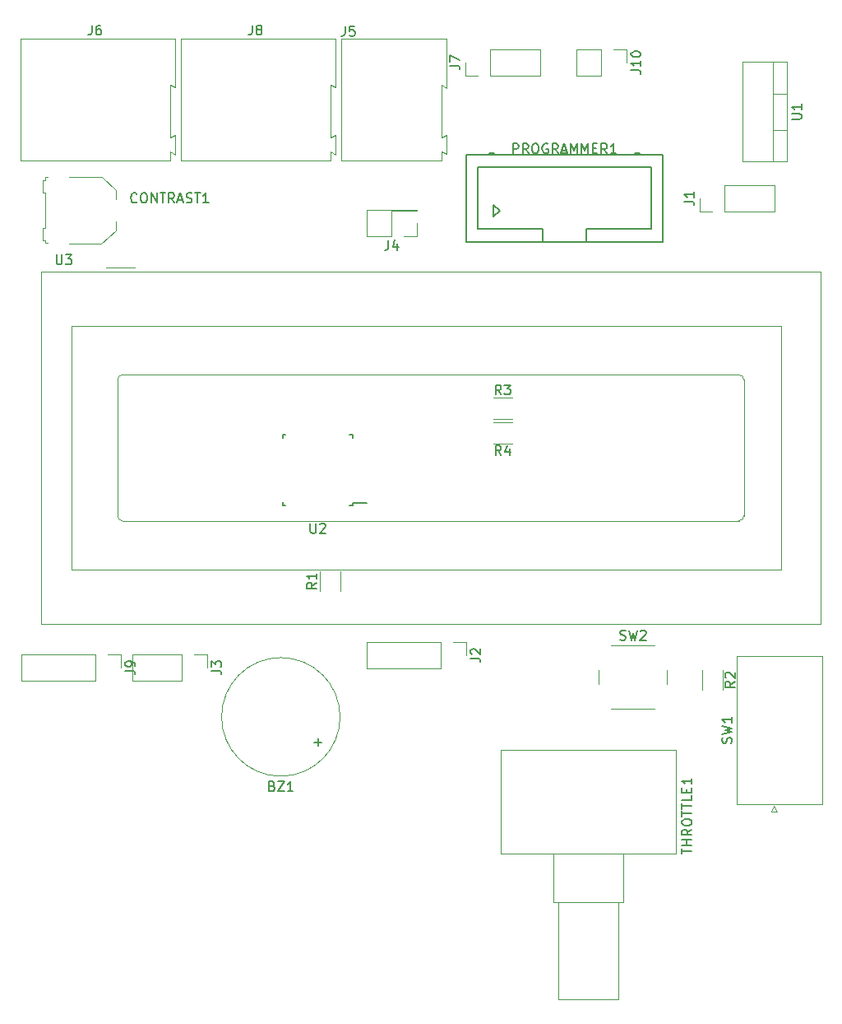
<source format=gbr>
G04 #@! TF.FileFunction,Legend,Top*
%FSLAX46Y46*%
G04 Gerber Fmt 4.6, Leading zero omitted, Abs format (unit mm)*
G04 Created by KiCad (PCBNEW 4.0.7) date Tuesday, 27 March 2018 13:53:10*
%MOMM*%
%LPD*%
G01*
G04 APERTURE LIST*
%ADD10C,0.100000*%
%ADD11C,0.120000*%
%ADD12C,0.150000*%
G04 APERTURE END LIST*
D10*
D11*
X138190000Y-113030000D02*
G75*
G03X138190000Y-113030000I-6100000J0D01*
G01*
X108070000Y-64270000D02*
X107820000Y-64270000D01*
X107820000Y-64270000D02*
X107820000Y-64020000D01*
X107820000Y-64020000D02*
X107570000Y-64020000D01*
X107570000Y-64020000D02*
X107570000Y-62770000D01*
X107570000Y-62770000D02*
X107820000Y-62770000D01*
X107820000Y-62770000D02*
X107820000Y-59120000D01*
X107820000Y-59120000D02*
X107570000Y-59120000D01*
X107570000Y-59120000D02*
X107570000Y-57820000D01*
X107570000Y-57820000D02*
X107820000Y-57820000D01*
X107820000Y-57820000D02*
X107820000Y-57520000D01*
X107820000Y-57520000D02*
X108070000Y-57520000D01*
X115120000Y-62070000D02*
X115120000Y-62970000D01*
X115120000Y-62970000D02*
X113620000Y-64320000D01*
X113620000Y-64320000D02*
X110320000Y-64320000D01*
X110320000Y-57520000D02*
X113670000Y-57520000D01*
X113670000Y-57520000D02*
X115120000Y-58870000D01*
X115120000Y-58870000D02*
X115120000Y-59770000D01*
X182940000Y-61020000D02*
X182940000Y-58360000D01*
X177800000Y-61020000D02*
X182940000Y-61020000D01*
X177800000Y-58360000D02*
X182940000Y-58360000D01*
X177800000Y-61020000D02*
X177800000Y-58360000D01*
X176530000Y-61020000D02*
X175200000Y-61020000D01*
X175200000Y-61020000D02*
X175200000Y-59690000D01*
X140910000Y-105350000D02*
X140910000Y-108010000D01*
X148590000Y-105350000D02*
X140910000Y-105350000D01*
X148590000Y-108010000D02*
X140910000Y-108010000D01*
X148590000Y-105350000D02*
X148590000Y-108010000D01*
X149860000Y-105350000D02*
X151190000Y-105350000D01*
X151190000Y-105350000D02*
X151190000Y-106680000D01*
X116780000Y-106620000D02*
X116780000Y-109280000D01*
X121920000Y-106620000D02*
X116780000Y-106620000D01*
X121920000Y-109280000D02*
X116780000Y-109280000D01*
X121920000Y-106620000D02*
X121920000Y-109280000D01*
X123190000Y-106620000D02*
X124520000Y-106620000D01*
X124520000Y-106620000D02*
X124520000Y-107950000D01*
X138320000Y-43230000D02*
X138320000Y-55830000D01*
X138320000Y-55830000D02*
X148670000Y-55830000D01*
X148670000Y-55830000D02*
X148670000Y-54880000D01*
X148670000Y-54880000D02*
X149170000Y-55130000D01*
X149170000Y-55130000D02*
X149170000Y-53230000D01*
X149170000Y-53230000D02*
X149170000Y-53180000D01*
X149170000Y-53180000D02*
X148670000Y-53430000D01*
X148670000Y-53430000D02*
X148670000Y-48030000D01*
X148670000Y-48030000D02*
X149170000Y-48330000D01*
X149170000Y-48330000D02*
X149170000Y-43230000D01*
X149170000Y-43230000D02*
X138320000Y-43230000D01*
X105300000Y-43230000D02*
X105300000Y-55830000D01*
X105300000Y-55830000D02*
X120700000Y-55830000D01*
X120700000Y-55830000D02*
X120700000Y-54880000D01*
X120700000Y-54880000D02*
X121200000Y-55180000D01*
X121200000Y-55180000D02*
X121200000Y-53180000D01*
X121200000Y-53180000D02*
X120700000Y-53430000D01*
X120700000Y-53430000D02*
X120700000Y-48030000D01*
X120700000Y-48030000D02*
X121200000Y-48280000D01*
X121200000Y-48280000D02*
X121200000Y-43230000D01*
X121200000Y-43230000D02*
X105300000Y-43230000D01*
X158810000Y-47050000D02*
X158810000Y-44390000D01*
X153670000Y-47050000D02*
X158810000Y-47050000D01*
X153670000Y-44390000D02*
X158810000Y-44390000D01*
X153670000Y-47050000D02*
X153670000Y-44390000D01*
X152400000Y-47050000D02*
X151070000Y-47050000D01*
X151070000Y-47050000D02*
X151070000Y-45720000D01*
X121810000Y-43230000D02*
X121810000Y-55830000D01*
X121810000Y-55830000D02*
X137210000Y-55830000D01*
X137210000Y-55830000D02*
X137210000Y-54880000D01*
X137210000Y-54880000D02*
X137710000Y-55180000D01*
X137710000Y-55180000D02*
X137710000Y-53180000D01*
X137710000Y-53180000D02*
X137210000Y-53430000D01*
X137210000Y-53430000D02*
X137210000Y-48030000D01*
X137210000Y-48030000D02*
X137710000Y-48280000D01*
X137710000Y-48280000D02*
X137710000Y-43230000D01*
X137710000Y-43230000D02*
X121810000Y-43230000D01*
X105350000Y-106620000D02*
X105350000Y-109280000D01*
X113030000Y-106620000D02*
X105350000Y-106620000D01*
X113030000Y-109280000D02*
X105350000Y-109280000D01*
X113030000Y-106620000D02*
X113030000Y-109280000D01*
X114300000Y-106620000D02*
X115630000Y-106620000D01*
X115630000Y-106620000D02*
X115630000Y-107950000D01*
X165100000Y-44390000D02*
X162500000Y-44390000D01*
X162500000Y-44390000D02*
X162500000Y-47050000D01*
X162500000Y-47050000D02*
X165100000Y-47050000D01*
X165100000Y-47050000D02*
X165100000Y-44390000D01*
X166370000Y-44390000D02*
X167700000Y-44390000D01*
X167700000Y-44390000D02*
X167700000Y-45720000D01*
D12*
X151140000Y-64160000D02*
X151140000Y-55220000D01*
X151140000Y-55220000D02*
X171440000Y-55220000D01*
X171440000Y-55220000D02*
X171440000Y-64160000D01*
X171440000Y-64160000D02*
X151140000Y-64160000D01*
X159065000Y-64160000D02*
X159065000Y-62860000D01*
X159065000Y-62860000D02*
X152340000Y-62860000D01*
X152340000Y-62860000D02*
X152340000Y-56520000D01*
X152340000Y-56520000D02*
X170240000Y-56520000D01*
X170240000Y-56520000D02*
X170240000Y-62860000D01*
X170240000Y-62860000D02*
X163515000Y-62860000D01*
X163515000Y-62860000D02*
X163515000Y-64160000D01*
X161040000Y-55220000D02*
X161040000Y-55020000D01*
X161040000Y-55020000D02*
X161540000Y-55020000D01*
X161540000Y-55020000D02*
X161540000Y-55220000D01*
X161040000Y-55120000D02*
X161540000Y-55120000D01*
X168520000Y-55220000D02*
X168520000Y-55020000D01*
X168520000Y-55020000D02*
X169020000Y-55020000D01*
X169020000Y-55020000D02*
X169020000Y-55220000D01*
X168520000Y-55120000D02*
X169020000Y-55120000D01*
X153560000Y-55220000D02*
X153560000Y-55020000D01*
X153560000Y-55020000D02*
X154060000Y-55020000D01*
X154060000Y-55020000D02*
X154060000Y-55220000D01*
X153560000Y-55120000D02*
X154060000Y-55120000D01*
X154010000Y-61560000D02*
X154010000Y-60360000D01*
X154010000Y-60360000D02*
X154610000Y-60960000D01*
X154610000Y-60960000D02*
X154010000Y-61560000D01*
D11*
X138230000Y-98060000D02*
X138230000Y-100060000D01*
X136090000Y-100060000D02*
X136090000Y-98060000D01*
X175460000Y-110220000D02*
X175460000Y-108220000D01*
X177600000Y-108220000D02*
X177600000Y-110220000D01*
X155940000Y-82350000D02*
X153940000Y-82350000D01*
X153940000Y-80210000D02*
X155940000Y-80210000D01*
X153940000Y-82750000D02*
X155940000Y-82750000D01*
X155940000Y-84890000D02*
X153940000Y-84890000D01*
X179060000Y-122000000D02*
X187800000Y-122000000D01*
X187800000Y-122000000D02*
X187800000Y-106760000D01*
X187800000Y-106760000D02*
X179060000Y-106760000D01*
X179060000Y-106760000D02*
X179060000Y-122000000D01*
X182880000Y-122200000D02*
X183180000Y-122800000D01*
X183180000Y-122800000D02*
X182580000Y-122800000D01*
X182580000Y-122800000D02*
X182880000Y-122200000D01*
X166100000Y-112180000D02*
X170600000Y-112180000D01*
X164850000Y-108180000D02*
X164850000Y-109680000D01*
X170600000Y-105680000D02*
X166100000Y-105680000D01*
X171850000Y-109680000D02*
X171850000Y-108180000D01*
X172760000Y-116430000D02*
X172760000Y-127050000D01*
X154739000Y-116430000D02*
X154739000Y-127050000D01*
X172760000Y-116430000D02*
X154739000Y-116430000D01*
X172760000Y-127050000D02*
X154739000Y-127050000D01*
X167310000Y-127050000D02*
X167310000Y-132050000D01*
X160190000Y-127050000D02*
X160190000Y-132050000D01*
X167310000Y-127050000D02*
X160190000Y-127050000D01*
X167310000Y-132050000D02*
X160190000Y-132050000D01*
X166810000Y-132050000D02*
X166810000Y-142050000D01*
X160690000Y-132050000D02*
X160690000Y-142050000D01*
X166810000Y-132050000D02*
X160690000Y-132050000D01*
X166810000Y-142050000D02*
X160690000Y-142050000D01*
X184230000Y-45680000D02*
X184230000Y-55920000D01*
X179589000Y-45680000D02*
X179589000Y-55920000D01*
X184230000Y-45680000D02*
X179589000Y-45680000D01*
X184230000Y-55920000D02*
X179589000Y-55920000D01*
X182720000Y-45680000D02*
X182720000Y-55920000D01*
X184230000Y-48950000D02*
X182720000Y-48950000D01*
X184230000Y-52651000D02*
X182720000Y-52651000D01*
D12*
X139515000Y-91255000D02*
X139515000Y-91030000D01*
X132265000Y-91255000D02*
X132265000Y-90930000D01*
X132265000Y-84005000D02*
X132265000Y-84330000D01*
X139515000Y-84005000D02*
X139515000Y-84330000D01*
X139515000Y-91255000D02*
X139190000Y-91255000D01*
X139515000Y-84005000D02*
X139190000Y-84005000D01*
X132265000Y-84005000D02*
X132590000Y-84005000D01*
X132265000Y-91255000D02*
X132590000Y-91255000D01*
X139515000Y-91030000D02*
X140940000Y-91030000D01*
D11*
X107430000Y-103490000D02*
X187710000Y-103490000D01*
X187710000Y-103490000D02*
X187710000Y-67210000D01*
X187710000Y-67210000D02*
X108230000Y-67210000D01*
X107430000Y-67210000D02*
X107430000Y-103490000D01*
X107440000Y-67210000D02*
X108230000Y-67210000D01*
X114070000Y-66850000D02*
X117070000Y-66850000D01*
X115770000Y-77850000D02*
X179270000Y-77850000D01*
X115270280Y-92349320D02*
X115270280Y-78350000D01*
X179270660Y-92850000D02*
X115770000Y-92850000D01*
X179770000Y-78350000D02*
X179770000Y-92350000D01*
X179770000Y-78350000D02*
G75*
G03X179270000Y-77850000I-500000J0D01*
G01*
X179270660Y-92849700D02*
G75*
G03X179771040Y-92349320I0J500380D01*
G01*
X115270280Y-92349320D02*
G75*
G03X115770660Y-92849700I500380J0D01*
G01*
X115770660Y-77848460D02*
G75*
G03X115270280Y-78348840I0J-500380D01*
G01*
X110570000Y-72850000D02*
X183570000Y-72850000D01*
X183570000Y-72850000D02*
X183570000Y-97850000D01*
X183570000Y-97850000D02*
X110570000Y-97850000D01*
X110570000Y-97850000D02*
X110570000Y-72850000D01*
X146110000Y-60900000D02*
X140910000Y-60900000D01*
X146110000Y-60960000D02*
X146110000Y-60900000D01*
X140910000Y-63560000D02*
X140910000Y-60900000D01*
X146110000Y-60960000D02*
X143510000Y-60960000D01*
X143510000Y-60960000D02*
X143510000Y-63560000D01*
X143510000Y-63560000D02*
X140910000Y-63560000D01*
X146110000Y-62230000D02*
X146110000Y-63560000D01*
X146110000Y-63560000D02*
X144780000Y-63560000D01*
D12*
X131209048Y-120158571D02*
X131351905Y-120206190D01*
X131399524Y-120253810D01*
X131447143Y-120349048D01*
X131447143Y-120491905D01*
X131399524Y-120587143D01*
X131351905Y-120634762D01*
X131256667Y-120682381D01*
X130875714Y-120682381D01*
X130875714Y-119682381D01*
X131209048Y-119682381D01*
X131304286Y-119730000D01*
X131351905Y-119777619D01*
X131399524Y-119872857D01*
X131399524Y-119968095D01*
X131351905Y-120063333D01*
X131304286Y-120110952D01*
X131209048Y-120158571D01*
X130875714Y-120158571D01*
X131780476Y-119682381D02*
X132447143Y-119682381D01*
X131780476Y-120682381D01*
X132447143Y-120682381D01*
X133351905Y-120682381D02*
X132780476Y-120682381D01*
X133066190Y-120682381D02*
X133066190Y-119682381D01*
X132970952Y-119825238D01*
X132875714Y-119920476D01*
X132780476Y-119968095D01*
X135519048Y-115641429D02*
X136280953Y-115641429D01*
X135900001Y-116022381D02*
X135900001Y-115260476D01*
X117269048Y-60047143D02*
X117221429Y-60094762D01*
X117078572Y-60142381D01*
X116983334Y-60142381D01*
X116840476Y-60094762D01*
X116745238Y-59999524D01*
X116697619Y-59904286D01*
X116650000Y-59713810D01*
X116650000Y-59570952D01*
X116697619Y-59380476D01*
X116745238Y-59285238D01*
X116840476Y-59190000D01*
X116983334Y-59142381D01*
X117078572Y-59142381D01*
X117221429Y-59190000D01*
X117269048Y-59237619D01*
X117888095Y-59142381D02*
X118078572Y-59142381D01*
X118173810Y-59190000D01*
X118269048Y-59285238D01*
X118316667Y-59475714D01*
X118316667Y-59809048D01*
X118269048Y-59999524D01*
X118173810Y-60094762D01*
X118078572Y-60142381D01*
X117888095Y-60142381D01*
X117792857Y-60094762D01*
X117697619Y-59999524D01*
X117650000Y-59809048D01*
X117650000Y-59475714D01*
X117697619Y-59285238D01*
X117792857Y-59190000D01*
X117888095Y-59142381D01*
X118745238Y-60142381D02*
X118745238Y-59142381D01*
X119316667Y-60142381D01*
X119316667Y-59142381D01*
X119650000Y-59142381D02*
X120221429Y-59142381D01*
X119935714Y-60142381D02*
X119935714Y-59142381D01*
X121126191Y-60142381D02*
X120792857Y-59666190D01*
X120554762Y-60142381D02*
X120554762Y-59142381D01*
X120935715Y-59142381D01*
X121030953Y-59190000D01*
X121078572Y-59237619D01*
X121126191Y-59332857D01*
X121126191Y-59475714D01*
X121078572Y-59570952D01*
X121030953Y-59618571D01*
X120935715Y-59666190D01*
X120554762Y-59666190D01*
X121507143Y-59856667D02*
X121983334Y-59856667D01*
X121411905Y-60142381D02*
X121745238Y-59142381D01*
X122078572Y-60142381D01*
X122364286Y-60094762D02*
X122507143Y-60142381D01*
X122745239Y-60142381D01*
X122840477Y-60094762D01*
X122888096Y-60047143D01*
X122935715Y-59951905D01*
X122935715Y-59856667D01*
X122888096Y-59761429D01*
X122840477Y-59713810D01*
X122745239Y-59666190D01*
X122554762Y-59618571D01*
X122459524Y-59570952D01*
X122411905Y-59523333D01*
X122364286Y-59428095D01*
X122364286Y-59332857D01*
X122411905Y-59237619D01*
X122459524Y-59190000D01*
X122554762Y-59142381D01*
X122792858Y-59142381D01*
X122935715Y-59190000D01*
X123221429Y-59142381D02*
X123792858Y-59142381D01*
X123507143Y-60142381D02*
X123507143Y-59142381D01*
X124650001Y-60142381D02*
X124078572Y-60142381D01*
X124364286Y-60142381D02*
X124364286Y-59142381D01*
X124269048Y-59285238D01*
X124173810Y-59380476D01*
X124078572Y-59428095D01*
X173652381Y-60023333D02*
X174366667Y-60023333D01*
X174509524Y-60070953D01*
X174604762Y-60166191D01*
X174652381Y-60309048D01*
X174652381Y-60404286D01*
X174652381Y-59023333D02*
X174652381Y-59594762D01*
X174652381Y-59309048D02*
X173652381Y-59309048D01*
X173795238Y-59404286D01*
X173890476Y-59499524D01*
X173938095Y-59594762D01*
X151642381Y-107013333D02*
X152356667Y-107013333D01*
X152499524Y-107060953D01*
X152594762Y-107156191D01*
X152642381Y-107299048D01*
X152642381Y-107394286D01*
X151737619Y-106584762D02*
X151690000Y-106537143D01*
X151642381Y-106441905D01*
X151642381Y-106203809D01*
X151690000Y-106108571D01*
X151737619Y-106060952D01*
X151832857Y-106013333D01*
X151928095Y-106013333D01*
X152070952Y-106060952D01*
X152642381Y-106632381D01*
X152642381Y-106013333D01*
X124972381Y-108283333D02*
X125686667Y-108283333D01*
X125829524Y-108330953D01*
X125924762Y-108426191D01*
X125972381Y-108569048D01*
X125972381Y-108664286D01*
X124972381Y-107902381D02*
X124972381Y-107283333D01*
X125353333Y-107616667D01*
X125353333Y-107473809D01*
X125400952Y-107378571D01*
X125448571Y-107330952D01*
X125543810Y-107283333D01*
X125781905Y-107283333D01*
X125877143Y-107330952D01*
X125924762Y-107378571D01*
X125972381Y-107473809D01*
X125972381Y-107759524D01*
X125924762Y-107854762D01*
X125877143Y-107902381D01*
X138716667Y-41992381D02*
X138716667Y-42706667D01*
X138669047Y-42849524D01*
X138573809Y-42944762D01*
X138430952Y-42992381D01*
X138335714Y-42992381D01*
X139669048Y-41992381D02*
X139192857Y-41992381D01*
X139145238Y-42468571D01*
X139192857Y-42420952D01*
X139288095Y-42373333D01*
X139526191Y-42373333D01*
X139621429Y-42420952D01*
X139669048Y-42468571D01*
X139716667Y-42563810D01*
X139716667Y-42801905D01*
X139669048Y-42897143D01*
X139621429Y-42944762D01*
X139526191Y-42992381D01*
X139288095Y-42992381D01*
X139192857Y-42944762D01*
X139145238Y-42897143D01*
X112616667Y-41882381D02*
X112616667Y-42596667D01*
X112569047Y-42739524D01*
X112473809Y-42834762D01*
X112330952Y-42882381D01*
X112235714Y-42882381D01*
X113521429Y-41882381D02*
X113330952Y-41882381D01*
X113235714Y-41930000D01*
X113188095Y-41977619D01*
X113092857Y-42120476D01*
X113045238Y-42310952D01*
X113045238Y-42691905D01*
X113092857Y-42787143D01*
X113140476Y-42834762D01*
X113235714Y-42882381D01*
X113426191Y-42882381D01*
X113521429Y-42834762D01*
X113569048Y-42787143D01*
X113616667Y-42691905D01*
X113616667Y-42453810D01*
X113569048Y-42358571D01*
X113521429Y-42310952D01*
X113426191Y-42263333D01*
X113235714Y-42263333D01*
X113140476Y-42310952D01*
X113092857Y-42358571D01*
X113045238Y-42453810D01*
X149522381Y-46053333D02*
X150236667Y-46053333D01*
X150379524Y-46100953D01*
X150474762Y-46196191D01*
X150522381Y-46339048D01*
X150522381Y-46434286D01*
X149522381Y-45672381D02*
X149522381Y-45005714D01*
X150522381Y-45434286D01*
X129126667Y-41882381D02*
X129126667Y-42596667D01*
X129079047Y-42739524D01*
X128983809Y-42834762D01*
X128840952Y-42882381D01*
X128745714Y-42882381D01*
X129745714Y-42310952D02*
X129650476Y-42263333D01*
X129602857Y-42215714D01*
X129555238Y-42120476D01*
X129555238Y-42072857D01*
X129602857Y-41977619D01*
X129650476Y-41930000D01*
X129745714Y-41882381D01*
X129936191Y-41882381D01*
X130031429Y-41930000D01*
X130079048Y-41977619D01*
X130126667Y-42072857D01*
X130126667Y-42120476D01*
X130079048Y-42215714D01*
X130031429Y-42263333D01*
X129936191Y-42310952D01*
X129745714Y-42310952D01*
X129650476Y-42358571D01*
X129602857Y-42406190D01*
X129555238Y-42501429D01*
X129555238Y-42691905D01*
X129602857Y-42787143D01*
X129650476Y-42834762D01*
X129745714Y-42882381D01*
X129936191Y-42882381D01*
X130031429Y-42834762D01*
X130079048Y-42787143D01*
X130126667Y-42691905D01*
X130126667Y-42501429D01*
X130079048Y-42406190D01*
X130031429Y-42358571D01*
X129936191Y-42310952D01*
X116082381Y-108283333D02*
X116796667Y-108283333D01*
X116939524Y-108330953D01*
X117034762Y-108426191D01*
X117082381Y-108569048D01*
X117082381Y-108664286D01*
X117082381Y-107759524D02*
X117082381Y-107569048D01*
X117034762Y-107473809D01*
X116987143Y-107426190D01*
X116844286Y-107330952D01*
X116653810Y-107283333D01*
X116272857Y-107283333D01*
X116177619Y-107330952D01*
X116130000Y-107378571D01*
X116082381Y-107473809D01*
X116082381Y-107664286D01*
X116130000Y-107759524D01*
X116177619Y-107807143D01*
X116272857Y-107854762D01*
X116510952Y-107854762D01*
X116606190Y-107807143D01*
X116653810Y-107759524D01*
X116701429Y-107664286D01*
X116701429Y-107473809D01*
X116653810Y-107378571D01*
X116606190Y-107330952D01*
X116510952Y-107283333D01*
X168152381Y-46529523D02*
X168866667Y-46529523D01*
X169009524Y-46577143D01*
X169104762Y-46672381D01*
X169152381Y-46815238D01*
X169152381Y-46910476D01*
X169152381Y-45529523D02*
X169152381Y-46100952D01*
X169152381Y-45815238D02*
X168152381Y-45815238D01*
X168295238Y-45910476D01*
X168390476Y-46005714D01*
X168438095Y-46100952D01*
X168152381Y-44910476D02*
X168152381Y-44815237D01*
X168200000Y-44719999D01*
X168247619Y-44672380D01*
X168342857Y-44624761D01*
X168533333Y-44577142D01*
X168771429Y-44577142D01*
X168961905Y-44624761D01*
X169057143Y-44672380D01*
X169104762Y-44719999D01*
X169152381Y-44815237D01*
X169152381Y-44910476D01*
X169104762Y-45005714D01*
X169057143Y-45053333D01*
X168961905Y-45100952D01*
X168771429Y-45148571D01*
X168533333Y-45148571D01*
X168342857Y-45100952D01*
X168247619Y-45053333D01*
X168200000Y-45005714D01*
X168152381Y-44910476D01*
X156004286Y-55062381D02*
X156004286Y-54062381D01*
X156385239Y-54062381D01*
X156480477Y-54110000D01*
X156528096Y-54157619D01*
X156575715Y-54252857D01*
X156575715Y-54395714D01*
X156528096Y-54490952D01*
X156480477Y-54538571D01*
X156385239Y-54586190D01*
X156004286Y-54586190D01*
X157575715Y-55062381D02*
X157242381Y-54586190D01*
X157004286Y-55062381D02*
X157004286Y-54062381D01*
X157385239Y-54062381D01*
X157480477Y-54110000D01*
X157528096Y-54157619D01*
X157575715Y-54252857D01*
X157575715Y-54395714D01*
X157528096Y-54490952D01*
X157480477Y-54538571D01*
X157385239Y-54586190D01*
X157004286Y-54586190D01*
X158194762Y-54062381D02*
X158385239Y-54062381D01*
X158480477Y-54110000D01*
X158575715Y-54205238D01*
X158623334Y-54395714D01*
X158623334Y-54729048D01*
X158575715Y-54919524D01*
X158480477Y-55014762D01*
X158385239Y-55062381D01*
X158194762Y-55062381D01*
X158099524Y-55014762D01*
X158004286Y-54919524D01*
X157956667Y-54729048D01*
X157956667Y-54395714D01*
X158004286Y-54205238D01*
X158099524Y-54110000D01*
X158194762Y-54062381D01*
X159575715Y-54110000D02*
X159480477Y-54062381D01*
X159337620Y-54062381D01*
X159194762Y-54110000D01*
X159099524Y-54205238D01*
X159051905Y-54300476D01*
X159004286Y-54490952D01*
X159004286Y-54633810D01*
X159051905Y-54824286D01*
X159099524Y-54919524D01*
X159194762Y-55014762D01*
X159337620Y-55062381D01*
X159432858Y-55062381D01*
X159575715Y-55014762D01*
X159623334Y-54967143D01*
X159623334Y-54633810D01*
X159432858Y-54633810D01*
X160623334Y-55062381D02*
X160290000Y-54586190D01*
X160051905Y-55062381D02*
X160051905Y-54062381D01*
X160432858Y-54062381D01*
X160528096Y-54110000D01*
X160575715Y-54157619D01*
X160623334Y-54252857D01*
X160623334Y-54395714D01*
X160575715Y-54490952D01*
X160528096Y-54538571D01*
X160432858Y-54586190D01*
X160051905Y-54586190D01*
X161004286Y-54776667D02*
X161480477Y-54776667D01*
X160909048Y-55062381D02*
X161242381Y-54062381D01*
X161575715Y-55062381D01*
X161909048Y-55062381D02*
X161909048Y-54062381D01*
X162242382Y-54776667D01*
X162575715Y-54062381D01*
X162575715Y-55062381D01*
X163051905Y-55062381D02*
X163051905Y-54062381D01*
X163385239Y-54776667D01*
X163718572Y-54062381D01*
X163718572Y-55062381D01*
X164194762Y-54538571D02*
X164528096Y-54538571D01*
X164670953Y-55062381D02*
X164194762Y-55062381D01*
X164194762Y-54062381D01*
X164670953Y-54062381D01*
X165670953Y-55062381D02*
X165337619Y-54586190D01*
X165099524Y-55062381D02*
X165099524Y-54062381D01*
X165480477Y-54062381D01*
X165575715Y-54110000D01*
X165623334Y-54157619D01*
X165670953Y-54252857D01*
X165670953Y-54395714D01*
X165623334Y-54490952D01*
X165575715Y-54538571D01*
X165480477Y-54586190D01*
X165099524Y-54586190D01*
X166623334Y-55062381D02*
X166051905Y-55062381D01*
X166337619Y-55062381D02*
X166337619Y-54062381D01*
X166242381Y-54205238D01*
X166147143Y-54300476D01*
X166051905Y-54348095D01*
X135762381Y-99226666D02*
X135286190Y-99560000D01*
X135762381Y-99798095D02*
X134762381Y-99798095D01*
X134762381Y-99417142D01*
X134810000Y-99321904D01*
X134857619Y-99274285D01*
X134952857Y-99226666D01*
X135095714Y-99226666D01*
X135190952Y-99274285D01*
X135238571Y-99321904D01*
X135286190Y-99417142D01*
X135286190Y-99798095D01*
X135762381Y-98274285D02*
X135762381Y-98845714D01*
X135762381Y-98560000D02*
X134762381Y-98560000D01*
X134905238Y-98655238D01*
X135000476Y-98750476D01*
X135048095Y-98845714D01*
X178832381Y-109386666D02*
X178356190Y-109720000D01*
X178832381Y-109958095D02*
X177832381Y-109958095D01*
X177832381Y-109577142D01*
X177880000Y-109481904D01*
X177927619Y-109434285D01*
X178022857Y-109386666D01*
X178165714Y-109386666D01*
X178260952Y-109434285D01*
X178308571Y-109481904D01*
X178356190Y-109577142D01*
X178356190Y-109958095D01*
X177927619Y-109005714D02*
X177880000Y-108958095D01*
X177832381Y-108862857D01*
X177832381Y-108624761D01*
X177880000Y-108529523D01*
X177927619Y-108481904D01*
X178022857Y-108434285D01*
X178118095Y-108434285D01*
X178260952Y-108481904D01*
X178832381Y-109053333D01*
X178832381Y-108434285D01*
X154773334Y-79882381D02*
X154440000Y-79406190D01*
X154201905Y-79882381D02*
X154201905Y-78882381D01*
X154582858Y-78882381D01*
X154678096Y-78930000D01*
X154725715Y-78977619D01*
X154773334Y-79072857D01*
X154773334Y-79215714D01*
X154725715Y-79310952D01*
X154678096Y-79358571D01*
X154582858Y-79406190D01*
X154201905Y-79406190D01*
X155106667Y-78882381D02*
X155725715Y-78882381D01*
X155392381Y-79263333D01*
X155535239Y-79263333D01*
X155630477Y-79310952D01*
X155678096Y-79358571D01*
X155725715Y-79453810D01*
X155725715Y-79691905D01*
X155678096Y-79787143D01*
X155630477Y-79834762D01*
X155535239Y-79882381D01*
X155249524Y-79882381D01*
X155154286Y-79834762D01*
X155106667Y-79787143D01*
X154773334Y-86122381D02*
X154440000Y-85646190D01*
X154201905Y-86122381D02*
X154201905Y-85122381D01*
X154582858Y-85122381D01*
X154678096Y-85170000D01*
X154725715Y-85217619D01*
X154773334Y-85312857D01*
X154773334Y-85455714D01*
X154725715Y-85550952D01*
X154678096Y-85598571D01*
X154582858Y-85646190D01*
X154201905Y-85646190D01*
X155630477Y-85455714D02*
X155630477Y-86122381D01*
X155392381Y-85074762D02*
X155154286Y-85789048D01*
X155773334Y-85789048D01*
X178484762Y-115713333D02*
X178532381Y-115570476D01*
X178532381Y-115332380D01*
X178484762Y-115237142D01*
X178437143Y-115189523D01*
X178341905Y-115141904D01*
X178246667Y-115141904D01*
X178151429Y-115189523D01*
X178103810Y-115237142D01*
X178056190Y-115332380D01*
X178008571Y-115522857D01*
X177960952Y-115618095D01*
X177913333Y-115665714D01*
X177818095Y-115713333D01*
X177722857Y-115713333D01*
X177627619Y-115665714D01*
X177580000Y-115618095D01*
X177532381Y-115522857D01*
X177532381Y-115284761D01*
X177580000Y-115141904D01*
X177532381Y-114808571D02*
X178532381Y-114570476D01*
X177818095Y-114379999D01*
X178532381Y-114189523D01*
X177532381Y-113951428D01*
X178532381Y-113046666D02*
X178532381Y-113618095D01*
X178532381Y-113332381D02*
X177532381Y-113332381D01*
X177675238Y-113427619D01*
X177770476Y-113522857D01*
X177818095Y-113618095D01*
X167016667Y-105084762D02*
X167159524Y-105132381D01*
X167397620Y-105132381D01*
X167492858Y-105084762D01*
X167540477Y-105037143D01*
X167588096Y-104941905D01*
X167588096Y-104846667D01*
X167540477Y-104751429D01*
X167492858Y-104703810D01*
X167397620Y-104656190D01*
X167207143Y-104608571D01*
X167111905Y-104560952D01*
X167064286Y-104513333D01*
X167016667Y-104418095D01*
X167016667Y-104322857D01*
X167064286Y-104227619D01*
X167111905Y-104180000D01*
X167207143Y-104132381D01*
X167445239Y-104132381D01*
X167588096Y-104180000D01*
X167921429Y-104132381D02*
X168159524Y-105132381D01*
X168350001Y-104418095D01*
X168540477Y-105132381D01*
X168778572Y-104132381D01*
X169111905Y-104227619D02*
X169159524Y-104180000D01*
X169254762Y-104132381D01*
X169492858Y-104132381D01*
X169588096Y-104180000D01*
X169635715Y-104227619D01*
X169683334Y-104322857D01*
X169683334Y-104418095D01*
X169635715Y-104560952D01*
X169064286Y-105132381D01*
X169683334Y-105132381D01*
X173402381Y-127118572D02*
X173402381Y-126547143D01*
X174402381Y-126832858D02*
X173402381Y-126832858D01*
X174402381Y-126213810D02*
X173402381Y-126213810D01*
X173878571Y-126213810D02*
X173878571Y-125642381D01*
X174402381Y-125642381D02*
X173402381Y-125642381D01*
X174402381Y-124594762D02*
X173926190Y-124928096D01*
X174402381Y-125166191D02*
X173402381Y-125166191D01*
X173402381Y-124785238D01*
X173450000Y-124690000D01*
X173497619Y-124642381D01*
X173592857Y-124594762D01*
X173735714Y-124594762D01*
X173830952Y-124642381D01*
X173878571Y-124690000D01*
X173926190Y-124785238D01*
X173926190Y-125166191D01*
X173402381Y-123975715D02*
X173402381Y-123785238D01*
X173450000Y-123690000D01*
X173545238Y-123594762D01*
X173735714Y-123547143D01*
X174069048Y-123547143D01*
X174259524Y-123594762D01*
X174354762Y-123690000D01*
X174402381Y-123785238D01*
X174402381Y-123975715D01*
X174354762Y-124070953D01*
X174259524Y-124166191D01*
X174069048Y-124213810D01*
X173735714Y-124213810D01*
X173545238Y-124166191D01*
X173450000Y-124070953D01*
X173402381Y-123975715D01*
X173402381Y-123261429D02*
X173402381Y-122690000D01*
X174402381Y-122975715D02*
X173402381Y-122975715D01*
X173402381Y-122499524D02*
X173402381Y-121928095D01*
X174402381Y-122213810D02*
X173402381Y-122213810D01*
X174402381Y-121118571D02*
X174402381Y-121594762D01*
X173402381Y-121594762D01*
X173878571Y-120785238D02*
X173878571Y-120451904D01*
X174402381Y-120309047D02*
X174402381Y-120785238D01*
X173402381Y-120785238D01*
X173402381Y-120309047D01*
X174402381Y-119356666D02*
X174402381Y-119928095D01*
X174402381Y-119642381D02*
X173402381Y-119642381D01*
X173545238Y-119737619D01*
X173640476Y-119832857D01*
X173688095Y-119928095D01*
X184682381Y-51561905D02*
X185491905Y-51561905D01*
X185587143Y-51514286D01*
X185634762Y-51466667D01*
X185682381Y-51371429D01*
X185682381Y-51180952D01*
X185634762Y-51085714D01*
X185587143Y-51038095D01*
X185491905Y-50990476D01*
X184682381Y-50990476D01*
X185682381Y-49990476D02*
X185682381Y-50561905D01*
X185682381Y-50276191D02*
X184682381Y-50276191D01*
X184825238Y-50371429D01*
X184920476Y-50466667D01*
X184968095Y-50561905D01*
X135128095Y-93132381D02*
X135128095Y-93941905D01*
X135175714Y-94037143D01*
X135223333Y-94084762D01*
X135318571Y-94132381D01*
X135509048Y-94132381D01*
X135604286Y-94084762D01*
X135651905Y-94037143D01*
X135699524Y-93941905D01*
X135699524Y-93132381D01*
X136128095Y-93227619D02*
X136175714Y-93180000D01*
X136270952Y-93132381D01*
X136509048Y-93132381D01*
X136604286Y-93180000D01*
X136651905Y-93227619D01*
X136699524Y-93322857D01*
X136699524Y-93418095D01*
X136651905Y-93560952D01*
X136080476Y-94132381D01*
X136699524Y-94132381D01*
X108988095Y-65492381D02*
X108988095Y-66301905D01*
X109035714Y-66397143D01*
X109083333Y-66444762D01*
X109178571Y-66492381D01*
X109369048Y-66492381D01*
X109464286Y-66444762D01*
X109511905Y-66397143D01*
X109559524Y-66301905D01*
X109559524Y-65492381D01*
X109940476Y-65492381D02*
X110559524Y-65492381D01*
X110226190Y-65873333D01*
X110369048Y-65873333D01*
X110464286Y-65920952D01*
X110511905Y-65968571D01*
X110559524Y-66063810D01*
X110559524Y-66301905D01*
X110511905Y-66397143D01*
X110464286Y-66444762D01*
X110369048Y-66492381D01*
X110083333Y-66492381D01*
X109988095Y-66444762D01*
X109940476Y-66397143D01*
X143176667Y-64012381D02*
X143176667Y-64726667D01*
X143129047Y-64869524D01*
X143033809Y-64964762D01*
X142890952Y-65012381D01*
X142795714Y-65012381D01*
X144081429Y-64345714D02*
X144081429Y-65012381D01*
X143843333Y-63964762D02*
X143605238Y-64679048D01*
X144224286Y-64679048D01*
M02*

</source>
